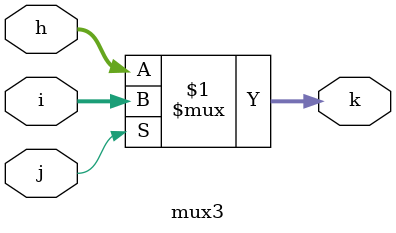
<source format=v>
module mux3(h,i,j,k );
input [31:0]h,i;
//select signal is mem2reg 
input j;
output [31:0]k;
assign k=(j)?i:h;
//consider i is output from data_memory, read_data
//the other is output of slu block
endmodule

</source>
